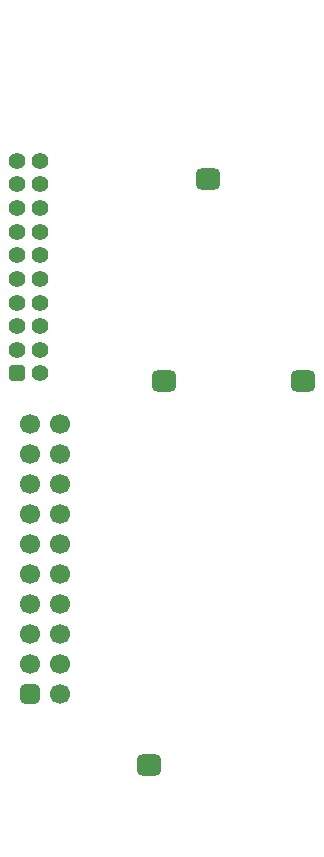
<source format=gbs>
G04*
G04 #@! TF.GenerationSoftware,Altium Limited,Altium Designer,23.3.1 (30)*
G04*
G04 Layer_Color=16711935*
%FSLAX44Y44*%
%MOMM*%
G71*
G04*
G04 #@! TF.SameCoordinates,41E75030-AC82-498C-80ED-DFD746C42E25*
G04*
G04*
G04 #@! TF.FilePolarity,Negative*
G04*
G01*
G75*
%ADD19C,0.1000*%
G04:AMPARAMS|DCode=20|XSize=1.8mm|YSize=2.1mm|CornerRadius=0.475mm|HoleSize=0mm|Usage=FLASHONLY|Rotation=90.000|XOffset=0mm|YOffset=0mm|HoleType=Round|Shape=RoundedRectangle|*
%AMROUNDEDRECTD20*
21,1,1.8000,1.1500,0,0,90.0*
21,1,0.8500,2.1000,0,0,90.0*
1,1,0.9500,0.5750,0.4250*
1,1,0.9500,0.5750,-0.4250*
1,1,0.9500,-0.5750,-0.4250*
1,1,0.9500,-0.5750,0.4250*
%
%ADD20ROUNDEDRECTD20*%
%ADD21C,1.4000*%
G04:AMPARAMS|DCode=22|XSize=1.4mm|YSize=1.4mm|CornerRadius=0.375mm|HoleSize=0mm|Usage=FLASHONLY|Rotation=90.000|XOffset=0mm|YOffset=0mm|HoleType=Round|Shape=RoundedRectangle|*
%AMROUNDEDRECTD22*
21,1,1.4000,0.6500,0,0,90.0*
21,1,0.6500,1.4000,0,0,90.0*
1,1,0.7500,0.3250,0.3250*
1,1,0.7500,0.3250,-0.3250*
1,1,0.7500,-0.3250,-0.3250*
1,1,0.7500,-0.3250,0.3250*
%
%ADD22ROUNDEDRECTD22*%
%ADD23C,1.7000*%
G04:AMPARAMS|DCode=24|XSize=1.7mm|YSize=1.7mm|CornerRadius=0.45mm|HoleSize=0mm|Usage=FLASHONLY|Rotation=90.000|XOffset=0mm|YOffset=0mm|HoleType=Round|Shape=RoundedRectangle|*
%AMROUNDEDRECTD24*
21,1,1.7000,0.8000,0,0,90.0*
21,1,0.8000,1.7000,0,0,90.0*
1,1,0.9000,0.4000,0.4000*
1,1,0.9000,0.4000,-0.4000*
1,1,0.9000,-0.4000,-0.4000*
1,1,0.9000,-0.4000,0.4000*
%
%ADD24ROUNDEDRECTD24*%
D19*
X260000Y730000D02*
D03*
Y40000D02*
D03*
X47500Y730000D02*
D03*
Y40000D02*
D03*
D20*
X200000Y596000D02*
D03*
X150000Y100000D02*
D03*
X162000Y425000D02*
D03*
X280000D02*
D03*
D21*
X37800Y471650D02*
D03*
X57800Y451650D02*
D03*
Y611650D02*
D03*
X37800D02*
D03*
X57800Y591650D02*
D03*
X37800D02*
D03*
X57800Y571650D02*
D03*
X37800D02*
D03*
X57800Y551650D02*
D03*
X37800D02*
D03*
X57800Y531650D02*
D03*
X37800D02*
D03*
X57800Y511650D02*
D03*
X37800D02*
D03*
X57800Y491650D02*
D03*
X37800D02*
D03*
X57800Y471650D02*
D03*
X37800Y451650D02*
D03*
X57800Y431650D02*
D03*
D22*
X37800D02*
D03*
D23*
X74400Y160000D02*
D03*
X49000Y185400D02*
D03*
X74400D02*
D03*
X49000Y210800D02*
D03*
X74400D02*
D03*
X49000Y236200D02*
D03*
X74400D02*
D03*
X49000Y261600D02*
D03*
X74400D02*
D03*
X49000Y287000D02*
D03*
X74400D02*
D03*
X49000Y312400D02*
D03*
X74400D02*
D03*
X49000Y337800D02*
D03*
X74400D02*
D03*
X49000Y363200D02*
D03*
X74400D02*
D03*
X49000Y388600D02*
D03*
X74400D02*
D03*
D24*
X49000Y160000D02*
D03*
M02*

</source>
